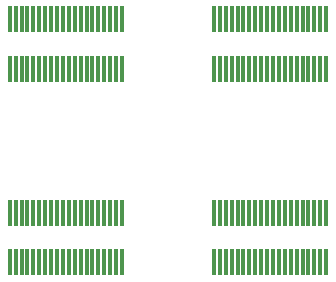
<source format=gbr>
G04 #@! TF.GenerationSoftware,KiCad,Pcbnew,(5.1.5)-3*
G04 #@! TF.CreationDate,2020-01-02T12:13:36-07:00*
G04 #@! TF.ProjectId,Gateway03,47617465-7761-4793-9033-2e6b69636164,rev?*
G04 #@! TF.SameCoordinates,Original*
G04 #@! TF.FileFunction,Paste,Bot*
G04 #@! TF.FilePolarity,Positive*
%FSLAX46Y46*%
G04 Gerber Fmt 4.6, Leading zero omitted, Abs format (unit mm)*
G04 Created by KiCad (PCBNEW (5.1.5)-3) date 2020-01-02 12:13:36*
%MOMM*%
%LPD*%
G04 APERTURE LIST*
%ADD10R,0.300000X2.200000*%
G04 APERTURE END LIST*
D10*
X84960000Y-82207000D03*
X84960000Y-86407000D03*
X84460000Y-82207000D03*
X84460000Y-86407000D03*
X83960000Y-82207000D03*
X83960000Y-86407000D03*
X83460000Y-82207000D03*
X83460000Y-86407000D03*
X82960000Y-82207000D03*
X82960000Y-86407000D03*
X82460000Y-82207000D03*
X82460000Y-86407000D03*
X81960000Y-82207000D03*
X81960000Y-86407000D03*
X81460000Y-82207000D03*
X81460000Y-86407000D03*
X80960000Y-82207000D03*
X80960000Y-86407000D03*
X80460000Y-82207000D03*
X80460000Y-86407000D03*
X89460000Y-86407000D03*
X87960000Y-86407000D03*
X85960000Y-86407000D03*
X89960000Y-86407000D03*
X86960000Y-86407000D03*
X87460000Y-86407000D03*
X85460000Y-86407000D03*
X88960000Y-86407000D03*
X86460000Y-86407000D03*
X88460000Y-86407000D03*
X89460000Y-82207000D03*
X87960000Y-82207000D03*
X85960000Y-82207000D03*
X89960000Y-82207000D03*
X86960000Y-82207000D03*
X87460000Y-82207000D03*
X85460000Y-82207000D03*
X88960000Y-82207000D03*
X86460000Y-82207000D03*
X88460000Y-82207000D03*
X88460000Y-98593000D03*
X86460000Y-98593000D03*
X88960000Y-98593000D03*
X85460000Y-98593000D03*
X87460000Y-98593000D03*
X86960000Y-98593000D03*
X89960000Y-98593000D03*
X85960000Y-98593000D03*
X87960000Y-98593000D03*
X89460000Y-98593000D03*
X88460000Y-102793000D03*
X86460000Y-102793000D03*
X88960000Y-102793000D03*
X85460000Y-102793000D03*
X87460000Y-102793000D03*
X86960000Y-102793000D03*
X89960000Y-102793000D03*
X85960000Y-102793000D03*
X87960000Y-102793000D03*
X89460000Y-102793000D03*
X80460000Y-102793000D03*
X80460000Y-98593000D03*
X80960000Y-102793000D03*
X80960000Y-98593000D03*
X81460000Y-102793000D03*
X81460000Y-98593000D03*
X81960000Y-102793000D03*
X81960000Y-98593000D03*
X82460000Y-102793000D03*
X82460000Y-98593000D03*
X82960000Y-102793000D03*
X82960000Y-98593000D03*
X83460000Y-102793000D03*
X83460000Y-98593000D03*
X83960000Y-102793000D03*
X83960000Y-98593000D03*
X84460000Y-102793000D03*
X84460000Y-98593000D03*
X84960000Y-102793000D03*
X84960000Y-98593000D03*
X105744000Y-98593000D03*
X103744000Y-98593000D03*
X106244000Y-98593000D03*
X102744000Y-98593000D03*
X104744000Y-98593000D03*
X104244000Y-98593000D03*
X107244000Y-98593000D03*
X103244000Y-98593000D03*
X105244000Y-98593000D03*
X106744000Y-98593000D03*
X105744000Y-102793000D03*
X103744000Y-102793000D03*
X106244000Y-102793000D03*
X102744000Y-102793000D03*
X104744000Y-102793000D03*
X104244000Y-102793000D03*
X107244000Y-102793000D03*
X103244000Y-102793000D03*
X105244000Y-102793000D03*
X106744000Y-102793000D03*
X97744000Y-102793000D03*
X97744000Y-98593000D03*
X98244000Y-102793000D03*
X98244000Y-98593000D03*
X98744000Y-102793000D03*
X98744000Y-98593000D03*
X99244000Y-102793000D03*
X99244000Y-98593000D03*
X99744000Y-102793000D03*
X99744000Y-98593000D03*
X100244000Y-102793000D03*
X100244000Y-98593000D03*
X100744000Y-102793000D03*
X100744000Y-98593000D03*
X101244000Y-102793000D03*
X101244000Y-98593000D03*
X101744000Y-102793000D03*
X101744000Y-98593000D03*
X102244000Y-102793000D03*
X102244000Y-98593000D03*
X105744000Y-82207000D03*
X103744000Y-82207000D03*
X106244000Y-82207000D03*
X102744000Y-82207000D03*
X104744000Y-82207000D03*
X104244000Y-82207000D03*
X107244000Y-82207000D03*
X103244000Y-82207000D03*
X105244000Y-82207000D03*
X106744000Y-82207000D03*
X105744000Y-86407000D03*
X103744000Y-86407000D03*
X106244000Y-86407000D03*
X102744000Y-86407000D03*
X104744000Y-86407000D03*
X104244000Y-86407000D03*
X107244000Y-86407000D03*
X103244000Y-86407000D03*
X105244000Y-86407000D03*
X106744000Y-86407000D03*
X97744000Y-86407000D03*
X97744000Y-82207000D03*
X98244000Y-86407000D03*
X98244000Y-82207000D03*
X98744000Y-86407000D03*
X98744000Y-82207000D03*
X99244000Y-86407000D03*
X99244000Y-82207000D03*
X99744000Y-86407000D03*
X99744000Y-82207000D03*
X100244000Y-86407000D03*
X100244000Y-82207000D03*
X100744000Y-86407000D03*
X100744000Y-82207000D03*
X101244000Y-86407000D03*
X101244000Y-82207000D03*
X101744000Y-86407000D03*
X101744000Y-82207000D03*
X102244000Y-86407000D03*
X102244000Y-82207000D03*
M02*

</source>
